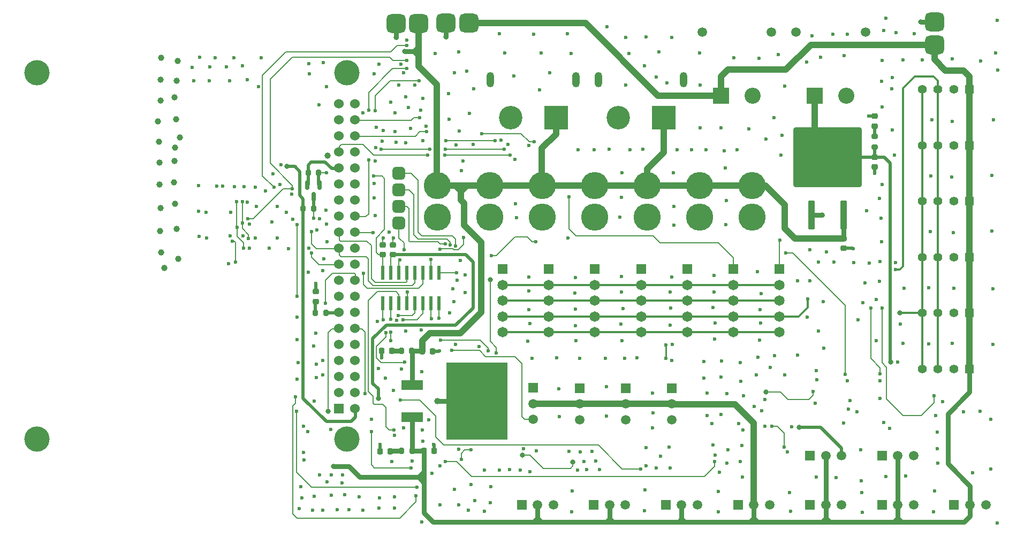
<source format=gtl>
%TF.GenerationSoftware,KiCad,Pcbnew,7.0.7*%
%TF.CreationDate,2023-11-07T21:18:23-05:00*%
%TF.ProjectId,mainControllerGRR,6d61696e-436f-46e7-9472-6f6c6c657247,rev?*%
%TF.SameCoordinates,Original*%
%TF.FileFunction,Copper,L1,Top*%
%TF.FilePolarity,Positive*%
%FSLAX46Y46*%
G04 Gerber Fmt 4.6, Leading zero omitted, Abs format (unit mm)*
G04 Created by KiCad (PCBNEW 7.0.7) date 2023-11-07 21:18:23*
%MOMM*%
%LPD*%
G01*
G04 APERTURE LIST*
G04 Aperture macros list*
%AMRoundRect*
0 Rectangle with rounded corners*
0 $1 Rounding radius*
0 $2 $3 $4 $5 $6 $7 $8 $9 X,Y pos of 4 corners*
0 Add a 4 corners polygon primitive as box body*
4,1,4,$2,$3,$4,$5,$6,$7,$8,$9,$2,$3,0*
0 Add four circle primitives for the rounded corners*
1,1,$1+$1,$2,$3*
1,1,$1+$1,$4,$5*
1,1,$1+$1,$6,$7*
1,1,$1+$1,$8,$9*
0 Add four rect primitives between the rounded corners*
20,1,$1+$1,$2,$3,$4,$5,0*
20,1,$1+$1,$4,$5,$6,$7,0*
20,1,$1+$1,$6,$7,$8,$9,0*
20,1,$1+$1,$8,$9,$2,$3,0*%
G04 Aperture macros list end*
%TA.AperFunction,ComponentPad*%
%ADD10R,1.508000X1.508000*%
%TD*%
%TA.AperFunction,ComponentPad*%
%ADD11C,1.508000*%
%TD*%
%TA.AperFunction,ComponentPad*%
%ADD12C,4.300000*%
%TD*%
%TA.AperFunction,SMDPad,CuDef*%
%ADD13RoundRect,0.225000X0.250000X-0.225000X0.250000X0.225000X-0.250000X0.225000X-0.250000X-0.225000X0*%
%TD*%
%TA.AperFunction,ComponentPad*%
%ADD14R,1.400000X1.400000*%
%TD*%
%TA.AperFunction,ComponentPad*%
%ADD15C,1.400000*%
%TD*%
%TA.AperFunction,SMDPad,CuDef*%
%ADD16RoundRect,0.200000X0.200000X0.275000X-0.200000X0.275000X-0.200000X-0.275000X0.200000X-0.275000X0*%
%TD*%
%TA.AperFunction,SMDPad,CuDef*%
%ADD17RoundRect,0.750000X-0.750000X0.750000X-0.750000X-0.750000X0.750000X-0.750000X0.750000X0.750000X0*%
%TD*%
%TA.AperFunction,SMDPad,CuDef*%
%ADD18RoundRect,0.225000X0.225000X0.250000X-0.225000X0.250000X-0.225000X-0.250000X0.225000X-0.250000X0*%
%TD*%
%TA.AperFunction,SMDPad,CuDef*%
%ADD19RoundRect,0.218750X-0.218750X-0.256250X0.218750X-0.256250X0.218750X0.256250X-0.218750X0.256250X0*%
%TD*%
%TA.AperFunction,ComponentPad*%
%ADD20R,3.716000X3.716000*%
%TD*%
%TA.AperFunction,ComponentPad*%
%ADD21C,3.716000*%
%TD*%
%TA.AperFunction,ComponentPad*%
%ADD22O,1.200000X2.400000*%
%TD*%
%TA.AperFunction,SMDPad,CuDef*%
%ADD23RoundRect,0.500000X-0.500000X-0.500000X0.500000X-0.500000X0.500000X0.500000X-0.500000X0.500000X0*%
%TD*%
%TA.AperFunction,SMDPad,CuDef*%
%ADD24RoundRect,0.200000X-0.200000X-0.275000X0.200000X-0.275000X0.200000X0.275000X-0.200000X0.275000X0*%
%TD*%
%TA.AperFunction,SMDPad,CuDef*%
%ADD25RoundRect,0.250000X0.300000X-2.050000X0.300000X2.050000X-0.300000X2.050000X-0.300000X-2.050000X0*%
%TD*%
%TA.AperFunction,SMDPad,CuDef*%
%ADD26RoundRect,0.250002X5.149998X-4.449998X5.149998X4.449998X-5.149998X4.449998X-5.149998X-4.449998X0*%
%TD*%
%TA.AperFunction,SMDPad,CuDef*%
%ADD27R,0.558800X2.286000*%
%TD*%
%TA.AperFunction,SMDPad,CuDef*%
%ADD28RoundRect,0.150000X-0.150000X0.587500X-0.150000X-0.587500X0.150000X-0.587500X0.150000X0.587500X0*%
%TD*%
%TA.AperFunction,ComponentPad*%
%ADD29C,2.550000*%
%TD*%
%TA.AperFunction,ComponentPad*%
%ADD30R,2.550000X2.550000*%
%TD*%
%TA.AperFunction,SMDPad,CuDef*%
%ADD31RoundRect,0.218750X-0.256250X0.218750X-0.256250X-0.218750X0.256250X-0.218750X0.256250X0.218750X0*%
%TD*%
%TA.AperFunction,ComponentPad*%
%ADD32R,1.650000X1.650000*%
%TD*%
%TA.AperFunction,ComponentPad*%
%ADD33C,1.650000*%
%TD*%
%TA.AperFunction,ComponentPad*%
%ADD34R,1.524000X1.524000*%
%TD*%
%TA.AperFunction,ComponentPad*%
%ADD35C,1.524000*%
%TD*%
%TA.AperFunction,ComponentPad*%
%ADD36C,4.000000*%
%TD*%
%TA.AperFunction,SMDPad,CuDef*%
%ADD37RoundRect,0.750000X0.750000X0.750000X-0.750000X0.750000X-0.750000X-0.750000X0.750000X-0.750000X0*%
%TD*%
%TA.AperFunction,SMDPad,CuDef*%
%ADD38RoundRect,0.200000X0.275000X-0.200000X0.275000X0.200000X-0.275000X0.200000X-0.275000X-0.200000X0*%
%TD*%
%TA.AperFunction,SMDPad,CuDef*%
%ADD39R,3.500000X1.600000*%
%TD*%
%TA.AperFunction,SMDPad,CuDef*%
%ADD40R,9.750000X12.200000*%
%TD*%
%TA.AperFunction,ViaPad*%
%ADD41C,0.800000*%
%TD*%
%TA.AperFunction,ViaPad*%
%ADD42C,0.600000*%
%TD*%
%TA.AperFunction,ViaPad*%
%ADD43C,1.000000*%
%TD*%
%TA.AperFunction,Conductor*%
%ADD44C,1.000000*%
%TD*%
%TA.AperFunction,Conductor*%
%ADD45C,0.800000*%
%TD*%
%TA.AperFunction,Conductor*%
%ADD46C,0.500000*%
%TD*%
%TA.AperFunction,Conductor*%
%ADD47C,0.200000*%
%TD*%
%TA.AperFunction,Conductor*%
%ADD48C,0.300000*%
%TD*%
%TA.AperFunction,Conductor*%
%ADD49C,0.250000*%
%TD*%
G04 APERTURE END LIST*
D10*
%TO.P,J30,1,1*%
%TO.N,GND*%
X229900000Y-118375000D03*
D11*
%TO.P,J30,2,2*%
%TO.N,+5V*%
X232400000Y-118375000D03*
%TO.P,J30,3,3*%
%TO.N,DIO2_5V*%
X234900000Y-118375000D03*
%TD*%
D12*
%TO.P,J11,1,1*%
%TO.N,+12V*%
X195850000Y-67860000D03*
%TO.P,J11,2,2*%
%TO.N,GND*%
X195850000Y-72860000D03*
%TD*%
D13*
%TO.P,C6,1*%
%TO.N,GND*%
X235185000Y-77770000D03*
%TO.P,C6,2*%
%TO.N,+12V*%
X235185000Y-76220000D03*
%TD*%
D14*
%TO.P,J23,1,1*%
%TO.N,+5V*%
X255150000Y-88010000D03*
D15*
%TO.P,J23,2,2*%
%TO.N,GND*%
X252650000Y-88010000D03*
%TO.P,J23,3,3*%
%TO.N,SCL*%
X250150000Y-88010000D03*
%TO.P,J23,4,4*%
%TO.N,SDA*%
X247650000Y-88010000D03*
%TD*%
D14*
%TO.P,J15,1,1*%
%TO.N,+5V*%
X255150000Y-96860000D03*
D15*
%TO.P,J15,2,2*%
%TO.N,GND*%
X252650000Y-96860000D03*
%TO.P,J15,3,3*%
%TO.N,SCL*%
X250150000Y-96860000D03*
%TO.P,J15,4,4*%
%TO.N,SDA*%
X247650000Y-96860000D03*
%TD*%
D16*
%TO.P,R7,1*%
%TO.N,+3V3*%
X152170000Y-65815000D03*
%TO.P,R7,2*%
%TO.N,DIO0*%
X150520000Y-65815000D03*
%TD*%
D10*
%TO.P,J28,1,1*%
%TO.N,GND*%
X252700000Y-118375000D03*
D11*
%TO.P,J28,2,2*%
%TO.N,+5V*%
X255200000Y-118375000D03*
%TO.P,J28,3,3*%
%TO.N,DIO0_5V*%
X257700000Y-118375000D03*
%TD*%
D10*
%TO.P,J34,1,1*%
%TO.N,GND*%
X184299500Y-118375000D03*
D11*
%TO.P,J34,2,2*%
%TO.N,+5V*%
X186799500Y-118375000D03*
%TO.P,J34,3,3*%
%TO.N,DIO6_5V*%
X189299500Y-118375000D03*
%TD*%
D10*
%TO.P,J40,1,1*%
%TO.N,GND*%
X200775000Y-99890000D03*
D11*
%TO.P,J40,2,2*%
%TO.N,+5V*%
X200775000Y-102390000D03*
%TO.P,J40,3,3*%
%TO.N,Net-(IC4-CH2)*%
X200775000Y-104890000D03*
%TD*%
D16*
%TO.P,R3,1*%
%TO.N,+5V*%
X166960952Y-109865000D03*
%TO.P,R3,2*%
%TO.N,Net-(D3-A)*%
X165310952Y-109865000D03*
%TD*%
D12*
%TO.P,J12,1,1*%
%TO.N,+12V*%
X187550000Y-67860000D03*
%TO.P,J12,2,2*%
%TO.N,GND*%
X187550000Y-72860000D03*
%TD*%
D17*
%TO.P,Je1,1,Pin_1*%
%TO.N,+12V*%
X168024998Y-42215000D03*
%TO.P,Je1,2,Pin_2*%
%TO.N,GND*%
X164404998Y-42215000D03*
%TD*%
D18*
%TO.P,C3,1*%
%TO.N,GND*%
X170409048Y-109845000D03*
%TO.P,C3,2*%
%TO.N,+5V*%
X168859048Y-109845000D03*
%TD*%
D19*
%TO.P,D3,1,K*%
%TO.N,GND*%
X161888452Y-109875000D03*
%TO.P,D3,2,A*%
%TO.N,Net-(D3-A)*%
X163463452Y-109875000D03*
%TD*%
D20*
%TO.P,J2,1,+*%
%TO.N,+12V*%
X189725000Y-57075000D03*
D21*
%TO.P,J2,2,-*%
%TO.N,GND*%
X182525000Y-57075000D03*
D22*
%TO.P,J2,S1*%
%TO.N,N/C*%
X192875000Y-51075000D03*
%TO.P,J2,S2*%
X179375000Y-51075000D03*
%TD*%
D12*
%TO.P,J14,1,1*%
%TO.N,+12V*%
X170950000Y-67860000D03*
%TO.P,J14,2,2*%
%TO.N,GND*%
X170950000Y-72860000D03*
%TD*%
D19*
%TO.P,D2,1,K*%
%TO.N,GND*%
X162166072Y-94015000D03*
%TO.P,D2,2,A*%
%TO.N,Net-(D2-A)*%
X163741072Y-94015000D03*
%TD*%
D12*
%TO.P,J8,1,1*%
%TO.N,+12V*%
X220750000Y-67860000D03*
%TO.P,J8,2,2*%
%TO.N,GND*%
X220750000Y-72860000D03*
%TD*%
D10*
%TO.P,J33,1,1*%
%TO.N,GND*%
X195700000Y-118375000D03*
D11*
%TO.P,J33,2,2*%
%TO.N,+5V*%
X198200000Y-118375000D03*
%TO.P,J33,3,3*%
%TO.N,DIO5_5V*%
X200700000Y-118375000D03*
%TD*%
D23*
%TO.P,J7,1,Pin_1*%
%TO.N,Net-(IC4-CH7)*%
X164875000Y-65925000D03*
%TO.P,J7,2,Pin_2*%
%TO.N,Net-(IC4-CH6)*%
X164875000Y-68545000D03*
%TO.P,J7,3,Pin_3*%
%TO.N,Net-(IC4-CH5)*%
X164875000Y-71125000D03*
%TO.P,J7,4,Pin_4*%
%TO.N,Net-(IC4-CH4)*%
X164875000Y-73745000D03*
%TD*%
D12*
%TO.P,J9,1,1*%
%TO.N,+12V*%
X212450000Y-67860000D03*
%TO.P,J9,2,2*%
%TO.N,GND*%
X212450000Y-72860000D03*
%TD*%
D16*
%TO.P,R2,1*%
%TO.N,+12V*%
X166913810Y-94015000D03*
%TO.P,R2,2*%
%TO.N,Net-(D2-A)*%
X165263810Y-94015000D03*
%TD*%
D10*
%TO.P,J36,1,1*%
%TO.N,GND*%
X241300000Y-110575000D03*
D11*
%TO.P,J36,2,2*%
%TO.N,+5V*%
X243800000Y-110575000D03*
%TO.P,J36,3,3*%
%TO.N,IMU1_5V*%
X246300000Y-110575000D03*
%TD*%
D10*
%TO.P,J32,1,1*%
%TO.N,GND*%
X207100000Y-118375000D03*
D11*
%TO.P,J32,2,2*%
%TO.N,+5V*%
X209600000Y-118375000D03*
%TO.P,J32,3,3*%
%TO.N,DIO4_5V*%
X212100000Y-118375000D03*
%TD*%
D12*
%TO.P,J10,1,1*%
%TO.N,+12V*%
X204150000Y-67860000D03*
%TO.P,J10,2,2*%
%TO.N,GND*%
X204150000Y-72860000D03*
%TD*%
D14*
%TO.P,J27,1,1*%
%TO.N,+5V*%
X255150000Y-52610000D03*
D15*
%TO.P,J27,2,2*%
%TO.N,GND*%
X252650000Y-52610000D03*
%TO.P,J27,3,3*%
%TO.N,SCL*%
X250150000Y-52610000D03*
%TO.P,J27,4,4*%
%TO.N,SDA*%
X247650000Y-52610000D03*
%TD*%
D17*
%TO.P,J6,1,Pin_1*%
%TO.N,+5V*%
X175924998Y-42115000D03*
%TO.P,J6,2,Pin_2*%
%TO.N,GND*%
X172304998Y-42115000D03*
%TD*%
D13*
%TO.P,C7,1*%
%TO.N,GND*%
X240151750Y-64860000D03*
%TO.P,C7,2*%
%TO.N,+3V3*%
X240151750Y-63310000D03*
%TD*%
D24*
%TO.P,R8,1*%
%TO.N,5V_BRAIN*%
X149730000Y-71485000D03*
%TO.P,R8,2*%
%TO.N,DIO0_5V*%
X151380000Y-71485000D03*
%TD*%
D13*
%TO.P,C8,1*%
%TO.N,+3V3*%
X162355000Y-78770000D03*
%TO.P,C8,2*%
%TO.N,GND*%
X162355000Y-77220000D03*
%TD*%
D24*
%TO.P,R1,1*%
%TO.N,Net-(D1-A)*%
X151670394Y-88025000D03*
%TO.P,R1,2*%
%TO.N,Net-(J1-GPIO27)*%
X153320394Y-88025000D03*
%TD*%
D25*
%TO.P,IC3,1,ADJ/GND*%
%TO.N,GND*%
X230135000Y-72485000D03*
D26*
%TO.P,IC3,2,OUT*%
%TO.N,+3V3*%
X232675000Y-63335000D03*
D25*
%TO.P,IC3,3,IN*%
%TO.N,+12V*%
X235215000Y-72485000D03*
%TD*%
D14*
%TO.P,J26,1,1*%
%TO.N,+5V*%
X255150000Y-61460000D03*
D15*
%TO.P,J26,2,2*%
%TO.N,GND*%
X252650000Y-61460000D03*
%TO.P,J26,3,3*%
%TO.N,SCL*%
X250150000Y-61460000D03*
%TO.P,J26,4,4*%
%TO.N,SDA*%
X247650000Y-61460000D03*
%TD*%
D27*
%TO.P,IC4,1,CH0*%
%TO.N,Net-(IC4-CH0)*%
X162345200Y-86450200D03*
%TO.P,IC4,2,CH1*%
%TO.N,Net-(IC4-CH1)*%
X163615200Y-86450200D03*
%TO.P,IC4,3,CH2*%
%TO.N,Net-(IC4-CH2)*%
X164885200Y-86450200D03*
%TO.P,IC4,4,CH3*%
%TO.N,Net-(IC4-CH3)*%
X166155200Y-86450200D03*
%TO.P,IC4,5,CH4*%
%TO.N,Net-(IC4-CH4)*%
X167425200Y-86450200D03*
%TO.P,IC4,6,CH5*%
%TO.N,Net-(IC4-CH5)*%
X168695200Y-86450200D03*
%TO.P,IC4,7,CH6*%
%TO.N,Net-(IC4-CH6)*%
X169965200Y-86450200D03*
%TO.P,IC4,8,CH7*%
%TO.N,Net-(IC4-CH7)*%
X171235200Y-86450200D03*
%TO.P,IC4,9,DGND*%
%TO.N,GND*%
X171235200Y-81624200D03*
%TO.P,IC4,10,~{CS}/SHDN*%
%TO.N,ADC*%
X169965200Y-81624200D03*
%TO.P,IC4,11,DIN*%
%TO.N,MOSI*%
X168695200Y-81624200D03*
%TO.P,IC4,12,DOUT*%
%TO.N,MISO*%
X167425200Y-81624200D03*
%TO.P,IC4,13,CLK*%
%TO.N,SCK*%
X166155200Y-81624200D03*
%TO.P,IC4,14,AGND*%
%TO.N,GND*%
X164885200Y-81624200D03*
%TO.P,IC4,15,VREF*%
%TO.N,5V_BRAIN*%
X163615200Y-81624200D03*
%TO.P,IC4,16,VDD*%
%TO.N,+3V3*%
X162345200Y-81624200D03*
%TD*%
D28*
%TO.P,Q1,1,G*%
%TO.N,+3V3*%
X152315000Y-67767500D03*
%TO.P,Q1,2,S*%
%TO.N,DIO0*%
X150415000Y-67767500D03*
%TO.P,Q1,3,D*%
%TO.N,DIO0_5V*%
X151365000Y-69642500D03*
%TD*%
D29*
%TO.P,J5,N,N*%
%TO.N,GND*%
X235675000Y-53575000D03*
D30*
%TO.P,J5,P,P*%
%TO.N,+3V3*%
X230675000Y-53575000D03*
D11*
%TO.P,J5,S1*%
%TO.N,N/C*%
X238675000Y-43575000D03*
%TO.P,J5,S2*%
X227675000Y-43575000D03*
%TD*%
D31*
%TO.P,D5,1,K*%
%TO.N,GND*%
X240131750Y-56827500D03*
%TO.P,D5,2,A*%
%TO.N,Net-(D5-A)*%
X240131750Y-58402500D03*
%TD*%
D29*
%TO.P,J4,N,N*%
%TO.N,GND*%
X220825000Y-53575000D03*
D30*
%TO.P,J4,P,P*%
%TO.N,+5V*%
X215825000Y-53575000D03*
D11*
%TO.P,J4,S1*%
%TO.N,N/C*%
X223825000Y-43575000D03*
%TO.P,J4,S2*%
X212825000Y-43575000D03*
%TD*%
D32*
%TO.P,J17,1,1*%
%TO.N,A1EStop*%
X188585000Y-81062810D03*
D33*
%TO.P,J17,2,2*%
%TO.N,RxD*%
X188585000Y-83562810D03*
%TO.P,J17,3,3*%
%TO.N,TxD*%
X188585000Y-86062810D03*
%TO.P,J17,4,4*%
%TO.N,SCL*%
X188585000Y-88562810D03*
%TO.P,J17,5,5*%
%TO.N,SDA*%
X188585000Y-91062810D03*
%TD*%
D34*
%TO.P,J1,1,3V3*%
%TO.N,unconnected-(J1-3V3-Pad1)*%
X155370000Y-103135000D03*
D35*
%TO.P,J1,2,5V*%
%TO.N,5V_BRAIN*%
X157910000Y-103135000D03*
%TO.P,J1,3,SDA/GPIO2*%
%TO.N,SDA_3.3V*%
X155370000Y-100595000D03*
%TO.P,J1,4,5V*%
%TO.N,unconnected-(J1-5V-Pad4)*%
X157910000Y-100595000D03*
%TO.P,J1,5,SCL/GPIO3*%
%TO.N,SCL_3.3V*%
X155370000Y-98055000D03*
%TO.P,J1,6,GND*%
%TO.N,GND*%
X157910000Y-98055000D03*
%TO.P,J1,7,GCLK0/GPIO4*%
%TO.N,ADC*%
X155370000Y-95515000D03*
%TO.P,J1,8,GPIO14/TXD*%
%TO.N,RxD*%
X157910000Y-95515000D03*
%TO.P,J1,9,GND*%
%TO.N,GND*%
X155370000Y-92975000D03*
%TO.P,J1,10,GPIO15/RXD*%
%TO.N,TxD*%
X157910000Y-92975000D03*
%TO.P,J1,11,GPIO17*%
%TO.N,DIO6*%
X155370000Y-90435000D03*
%TO.P,J1,12,GPIO18/PWM0*%
%TO.N,DIO5*%
X157910000Y-90435000D03*
%TO.P,J1,13,GPIO27*%
%TO.N,Net-(J1-GPIO27)*%
X155370000Y-87895000D03*
%TO.P,J1,14,GND*%
%TO.N,GND*%
X157910000Y-87895000D03*
%TO.P,J1,15,GPIO22*%
%TO.N,IMU0*%
X155370000Y-85355000D03*
%TO.P,J1,16,GPIO23*%
%TO.N,IMU2*%
X157910000Y-85355000D03*
%TO.P,J1,17,3V3*%
%TO.N,unconnected-(J1-3V3-Pad17)*%
X155370000Y-82815000D03*
%TO.P,J1,18,GPIO24*%
%TO.N,DIO4*%
X157910000Y-82815000D03*
%TO.P,J1,19,MOSI0/GPIO10*%
%TO.N,MOSI*%
X155370000Y-80275000D03*
%TO.P,J1,20,GND*%
%TO.N,GND*%
X157910000Y-80275000D03*
%TO.P,J1,21,MISO0/GPIO9*%
%TO.N,MISO*%
X155370000Y-77735000D03*
%TO.P,J1,22,GPIO25*%
%TO.N,DIO3*%
X157910000Y-77735000D03*
%TO.P,J1,23,SCLK0/GPIO11*%
%TO.N,SCK*%
X155370000Y-75195000D03*
%TO.P,J1,24,~{CE0}/GPIO8*%
%TO.N,DIO2*%
X157910000Y-75195000D03*
%TO.P,J1,25,GND*%
%TO.N,GND*%
X155370000Y-72655000D03*
%TO.P,J1,26,~{CE1}/GPIO7*%
%TO.N,DIO1*%
X157910000Y-72655000D03*
%TO.P,J1,27,ID_SD/GPIO0*%
%TO.N,unconnected-(J1-ID_SD{slash}GPIO0-Pad27)*%
X155370000Y-70115000D03*
%TO.P,J1,28,ID_SC/GPIO1*%
%TO.N,unconnected-(J1-ID_SC{slash}GPIO1-Pad28)*%
X157910000Y-70115000D03*
%TO.P,J1,29,GCLK1/GPIO5*%
%TO.N,IMU1*%
X155370000Y-67575000D03*
%TO.P,J1,30,GND*%
%TO.N,GND*%
X157910000Y-67575000D03*
%TO.P,J1,31,GCLK2/GPIO6*%
%TO.N,DIO0*%
X155370000Y-65035000D03*
%TO.P,J1,32,PWM0/GPIO12*%
%TO.N,A6EStop*%
X157910000Y-65035000D03*
%TO.P,J1,33,PWM1/GPIO13*%
%TO.N,A5EStop*%
X155370000Y-62495000D03*
%TO.P,J1,34,GND*%
%TO.N,GND*%
X157910000Y-62495000D03*
%TO.P,J1,35,GPIO19/MISO1*%
%TO.N,A3EStop*%
X155370000Y-59955000D03*
%TO.P,J1,36,GPIO16*%
%TO.N,A4EStop*%
X157910000Y-59955000D03*
%TO.P,J1,37,GPIO26*%
%TO.N,A1EStop*%
X155370000Y-57415000D03*
%TO.P,J1,38,GPIO20/MOSI1*%
%TO.N,A2EStop*%
X157910000Y-57415000D03*
%TO.P,J1,39,GND*%
%TO.N,GND*%
X155370000Y-54875000D03*
%TO.P,J1,40,GPIO21/SCLK1*%
%TO.N,A0EStop*%
X157910000Y-54875000D03*
D36*
%TO.P,J1,S1*%
%TO.N,N/C*%
X156640000Y-50005000D03*
%TO.P,J1,S2*%
X156640000Y-108005000D03*
%TO.P,J1,S3*%
X107640000Y-108005000D03*
%TO.P,J1,S4*%
X107640000Y-50005000D03*
%TD*%
D31*
%TO.P,D1,1,K*%
%TO.N,GND*%
X151695394Y-84607500D03*
%TO.P,D1,2,A*%
%TO.N,Net-(D1-A)*%
X151695394Y-86182500D03*
%TD*%
D12*
%TO.P,J13,1,1*%
%TO.N,+12V*%
X179250000Y-67860000D03*
%TO.P,J13,2,2*%
%TO.N,GND*%
X179250000Y-72860000D03*
%TD*%
D20*
%TO.P,J3,1,+*%
%TO.N,+12V*%
X206775000Y-57075000D03*
D21*
%TO.P,J3,2,-*%
%TO.N,GND*%
X199575000Y-57075000D03*
D22*
%TO.P,J3,S1*%
%TO.N,N/C*%
X209925000Y-51075000D03*
%TO.P,J3,S2*%
X196425000Y-51075000D03*
%TD*%
D37*
%TO.P,J42,1,Pin_1*%
%TO.N,+5V*%
X249575000Y-45575000D03*
%TO.P,J42,2,Pin_2*%
%TO.N,GND*%
X249575000Y-41955000D03*
%TD*%
D10*
%TO.P,J39,1,1*%
%TO.N,GND*%
X193475000Y-99890000D03*
D11*
%TO.P,J39,2,2*%
%TO.N,+5V*%
X193475000Y-102390000D03*
%TO.P,J39,3,3*%
%TO.N,Net-(IC4-CH1)*%
X193475000Y-104890000D03*
%TD*%
D14*
%TO.P,J25,1,1*%
%TO.N,+5V*%
X255150000Y-70310000D03*
D15*
%TO.P,J25,2,2*%
%TO.N,GND*%
X252650000Y-70310000D03*
%TO.P,J25,3,3*%
%TO.N,SCL*%
X250150000Y-70310000D03*
%TO.P,J25,4,4*%
%TO.N,SDA*%
X247650000Y-70310000D03*
%TD*%
D32*
%TO.P,J22,1,1*%
%TO.N,A6EStop*%
X225085000Y-81062810D03*
D33*
%TO.P,J22,2,2*%
%TO.N,RxD*%
X225085000Y-83562810D03*
%TO.P,J22,3,3*%
%TO.N,TxD*%
X225085000Y-86062810D03*
%TO.P,J22,4,4*%
%TO.N,SCL*%
X225085000Y-88562810D03*
%TO.P,J22,5,5*%
%TO.N,SDA*%
X225085000Y-91062810D03*
%TD*%
D10*
%TO.P,J29,1,1*%
%TO.N,GND*%
X241300000Y-118375000D03*
D11*
%TO.P,J29,2,2*%
%TO.N,+5V*%
X243800000Y-118375000D03*
%TO.P,J29,3,3*%
%TO.N,DIO1_5V*%
X246300000Y-118375000D03*
%TD*%
D38*
%TO.P,R5,1*%
%TO.N,+3V3*%
X240141750Y-61700000D03*
%TO.P,R5,2*%
%TO.N,Net-(D5-A)*%
X240141750Y-60050000D03*
%TD*%
D14*
%TO.P,J24,1,1*%
%TO.N,+5V*%
X255150000Y-79160000D03*
D15*
%TO.P,J24,2,2*%
%TO.N,GND*%
X252650000Y-79160000D03*
%TO.P,J24,3,3*%
%TO.N,SCL*%
X250150000Y-79160000D03*
%TO.P,J24,4,4*%
%TO.N,SDA*%
X247650000Y-79160000D03*
%TD*%
D32*
%TO.P,J20,1,1*%
%TO.N,A4EStop*%
X210485000Y-81062810D03*
D33*
%TO.P,J20,2,2*%
%TO.N,RxD*%
X210485000Y-83562810D03*
%TO.P,J20,3,3*%
%TO.N,TxD*%
X210485000Y-86062810D03*
%TO.P,J20,4,4*%
%TO.N,SCL*%
X210485000Y-88562810D03*
%TO.P,J20,5,5*%
%TO.N,SDA*%
X210485000Y-91062810D03*
%TD*%
D10*
%TO.P,J31,1,1*%
%TO.N,GND*%
X218500000Y-118375000D03*
D11*
%TO.P,J31,2,2*%
%TO.N,+5V*%
X221000000Y-118375000D03*
%TO.P,J31,3,3*%
%TO.N,DIO3_5V*%
X223500000Y-118375000D03*
%TD*%
D39*
%TO.P,IC1,1,INPUT*%
%TO.N,+12V*%
X166950000Y-99410000D03*
D40*
%TO.P,IC1,2,GND*%
%TO.N,GND*%
X177226000Y-101950000D03*
D39*
%TO.P,IC1,3,OUTPUT*%
%TO.N,+5V*%
X166950000Y-104490000D03*
%TD*%
D18*
%TO.P,C2,1*%
%TO.N,GND*%
X170173810Y-94055000D03*
%TO.P,C2,2*%
%TO.N,+12V*%
X168623810Y-94055000D03*
%TD*%
D32*
%TO.P,J19,1,1*%
%TO.N,A3EStop*%
X203185000Y-81062810D03*
D33*
%TO.P,J19,2,2*%
%TO.N,RxD*%
X203185000Y-83562810D03*
%TO.P,J19,3,3*%
%TO.N,TxD*%
X203185000Y-86062810D03*
%TO.P,J19,4,4*%
%TO.N,SCL*%
X203185000Y-88562810D03*
%TO.P,J19,5,5*%
%TO.N,SDA*%
X203185000Y-91062810D03*
%TD*%
D32*
%TO.P,J18,1,1*%
%TO.N,A2EStop*%
X195885000Y-81062810D03*
D33*
%TO.P,J18,2,2*%
%TO.N,RxD*%
X195885000Y-83562810D03*
%TO.P,J18,3,3*%
%TO.N,TxD*%
X195885000Y-86062810D03*
%TO.P,J18,4,4*%
%TO.N,SCL*%
X195885000Y-88562810D03*
%TO.P,J18,5,5*%
%TO.N,SDA*%
X195885000Y-91062810D03*
%TD*%
D32*
%TO.P,J16,1,1*%
%TO.N,A0EStop*%
X181285000Y-81062810D03*
D33*
%TO.P,J16,2,2*%
%TO.N,RxD*%
X181285000Y-83562810D03*
%TO.P,J16,3,3*%
%TO.N,TxD*%
X181285000Y-86062810D03*
%TO.P,J16,4,4*%
%TO.N,SCL*%
X181285000Y-88562810D03*
%TO.P,J16,5,5*%
%TO.N,SDA*%
X181285000Y-91062810D03*
%TD*%
D13*
%TO.P,C13,1*%
%TO.N,5V_BRAIN*%
X163965000Y-78770000D03*
%TO.P,C13,2*%
%TO.N,GND*%
X163965000Y-77220000D03*
%TD*%
D10*
%TO.P,J41,1,1*%
%TO.N,GND*%
X208075000Y-99890000D03*
D11*
%TO.P,J41,2,2*%
%TO.N,+5V*%
X208075000Y-102390000D03*
%TO.P,J41,3,3*%
%TO.N,Net-(IC4-CH3)*%
X208075000Y-104890000D03*
%TD*%
D32*
%TO.P,J21,1,1*%
%TO.N,A5EStop*%
X217785000Y-81062810D03*
D33*
%TO.P,J21,2,2*%
%TO.N,RxD*%
X217785000Y-83562810D03*
%TO.P,J21,3,3*%
%TO.N,TxD*%
X217785000Y-86062810D03*
%TO.P,J21,4,4*%
%TO.N,SCL*%
X217785000Y-88562810D03*
%TO.P,J21,5,5*%
%TO.N,SDA*%
X217785000Y-91062810D03*
%TD*%
D10*
%TO.P,J38,1,1*%
%TO.N,GND*%
X186135000Y-99850000D03*
D11*
%TO.P,J38,2,2*%
%TO.N,+5V*%
X186135000Y-102350000D03*
%TO.P,J38,3,3*%
%TO.N,Net-(IC4-CH0)*%
X186135000Y-104850000D03*
%TD*%
D10*
%TO.P,J37,1,1*%
%TO.N,GND*%
X229900000Y-110575000D03*
D11*
%TO.P,J37,2,2*%
%TO.N,+5V*%
X232400000Y-110575000D03*
%TO.P,J37,3,3*%
%TO.N,IMU2_5V*%
X234900000Y-110575000D03*
%TD*%
D41*
%TO.N,+5V*%
X154500000Y-112300000D03*
D42*
%TO.N,GND*%
X222800000Y-101700000D03*
X140100000Y-48900000D03*
D41*
X231870000Y-72480000D03*
D42*
X195800000Y-62200000D03*
X231000000Y-98600000D03*
X237500000Y-89100000D03*
X203999242Y-112177188D03*
D43*
X126900000Y-60900000D03*
D42*
X222298814Y-103484330D03*
X200600000Y-95200000D03*
X171400000Y-118400000D03*
X259611241Y-49560976D03*
X138200000Y-75800000D03*
X231215783Y-90850492D03*
X166700000Y-58800000D03*
X214600000Y-87100000D03*
X230900000Y-97100000D03*
X240939267Y-79886373D03*
X258500000Y-112700000D03*
X140900000Y-51100000D03*
X147900000Y-69200000D03*
X200300000Y-87300000D03*
X203700000Y-119300000D03*
X214700000Y-82100000D03*
X241200000Y-51300000D03*
X183200000Y-63700000D03*
X151700000Y-91200000D03*
X229500000Y-88700000D03*
X191500000Y-43800000D03*
X152300000Y-73100000D03*
X231580073Y-47495457D03*
D43*
X127100000Y-75000000D03*
D42*
X168300000Y-55900000D03*
X190300000Y-104400000D03*
X244600000Y-92800000D03*
X164300000Y-59300000D03*
X215383345Y-119447236D03*
X168400000Y-90700000D03*
X135800000Y-47600000D03*
X213600000Y-100700000D03*
X240140000Y-65880000D03*
X208300000Y-65800000D03*
X201400000Y-62200000D03*
X176000000Y-56400000D03*
X249220268Y-57380488D03*
X225900000Y-97800000D03*
X225900000Y-52100000D03*
X164300000Y-56300000D03*
X161700000Y-48600000D03*
X205613398Y-50614912D03*
X134900000Y-51200000D03*
X199800000Y-72800000D03*
X219300000Y-106500000D03*
X166100000Y-44800000D03*
X224900000Y-47100000D03*
X193508199Y-95192329D03*
X187100000Y-52700000D03*
X162123911Y-95076089D03*
X164000000Y-76100000D03*
X157000000Y-119100000D03*
X256900000Y-48100000D03*
X171300000Y-94000000D03*
D41*
X172320000Y-44300000D03*
D42*
X214900000Y-110500000D03*
X221800000Y-47700000D03*
X227000000Y-106000000D03*
X193200000Y-62200000D03*
X152940366Y-48379316D03*
X161500000Y-89300000D03*
X248900000Y-75100000D03*
D43*
X129500000Y-61800000D03*
D42*
X214700000Y-84700000D03*
X214900000Y-89600000D03*
X162744007Y-98290058D03*
X208000000Y-44400000D03*
X186600000Y-109800000D03*
X225494358Y-59860862D03*
X250097728Y-111766227D03*
X166000000Y-61100000D03*
X164200000Y-107400000D03*
X241300000Y-55400000D03*
X238594928Y-83203142D03*
X133200000Y-71900000D03*
X149800000Y-110100000D03*
X165300000Y-96900000D03*
X142200000Y-76100000D03*
X241300000Y-48000000D03*
X240900000Y-69900000D03*
X241582930Y-43299356D03*
X207800000Y-89900000D03*
X160500000Y-104800000D03*
X200200000Y-92400000D03*
X249000000Y-66300000D03*
X176300000Y-115200000D03*
X231200000Y-79900000D03*
X152868642Y-97824753D03*
X196600000Y-112800000D03*
X207800000Y-84700000D03*
X151695394Y-83324606D03*
X165000000Y-79599500D03*
X200800000Y-44400000D03*
X168634367Y-60746807D03*
X173900000Y-61400000D03*
X134400000Y-72100000D03*
X185400000Y-84500000D03*
X161600000Y-96800000D03*
X220200000Y-58900000D03*
X149860000Y-111270000D03*
X155900000Y-114900000D03*
X161200000Y-61800000D03*
X224300000Y-94800000D03*
X215825396Y-98139894D03*
X175866048Y-119267562D03*
X171400000Y-112200000D03*
X140200000Y-75800000D03*
X215596214Y-113215669D03*
X237298485Y-103613298D03*
X236700000Y-77800000D03*
X183500000Y-72900000D03*
X164400000Y-61000000D03*
X167400000Y-51900000D03*
X252300000Y-66500000D03*
X223600000Y-96600000D03*
X170400000Y-108800000D03*
X159218998Y-119204713D03*
X151200000Y-119200000D03*
X153460000Y-52180000D03*
X235805714Y-43903785D03*
X150600000Y-48500000D03*
X156300000Y-116800000D03*
X212500000Y-51900000D03*
X145600000Y-71100000D03*
X144400000Y-77700000D03*
D43*
X170990000Y-101950000D03*
D42*
X149400000Y-115500000D03*
X245000000Y-113800000D03*
X258700000Y-75000000D03*
X216600000Y-74000000D03*
X218968091Y-98818054D03*
X192133724Y-46963076D03*
X144960520Y-65983345D03*
X226300000Y-110000000D03*
X164200000Y-117100000D03*
X203500000Y-62100000D03*
X250060512Y-109496043D03*
X259500000Y-121300000D03*
X214772576Y-92112527D03*
X133300000Y-75900000D03*
X250000000Y-106900000D03*
X243400000Y-80000000D03*
X203700000Y-48900000D03*
X161890000Y-108780000D03*
X146200000Y-64500000D03*
X149500000Y-117300000D03*
X235800000Y-98700000D03*
X244800000Y-84100000D03*
X216674505Y-70181245D03*
X195446593Y-109921953D03*
X241000000Y-101500000D03*
X216800000Y-100800000D03*
X216500830Y-65070231D03*
X259500000Y-41700000D03*
X133364688Y-47486129D03*
X236200000Y-101900000D03*
X200800000Y-51900000D03*
X181000000Y-60600000D03*
X215867789Y-58686487D03*
X258800000Y-84200000D03*
X241000000Y-98700000D03*
D43*
X129400000Y-53900000D03*
D42*
X165200000Y-48600000D03*
X243300000Y-63000000D03*
X229400000Y-48300000D03*
X213100000Y-98300000D03*
X222100000Y-89600000D03*
X160998485Y-69792539D03*
X179400000Y-115500000D03*
X134500000Y-76100000D03*
X203997728Y-109281731D03*
X180800000Y-112900000D03*
X255600000Y-113300000D03*
X158600000Y-117100000D03*
X252600000Y-75300000D03*
X148100000Y-73200000D03*
X167000000Y-111400000D03*
X135000000Y-49000000D03*
X173627423Y-49981245D03*
X174600000Y-79700000D03*
X150585297Y-81561729D03*
X185400000Y-87500000D03*
X192200000Y-119500000D03*
X184059690Y-112845836D03*
D43*
X130000000Y-79400000D03*
D42*
X211200000Y-62200000D03*
X200100000Y-82200000D03*
X152800000Y-81300000D03*
X142690000Y-52160000D03*
X164000000Y-100300000D03*
X144800000Y-73600000D03*
X189800000Y-95100000D03*
X201300000Y-46900000D03*
X192900000Y-92400000D03*
X176700000Y-52500000D03*
X208400000Y-71100000D03*
X132400000Y-51200000D03*
X149800000Y-105900000D03*
X247700000Y-47900000D03*
X153384216Y-71715140D03*
X202511013Y-95084216D03*
X243500000Y-43600000D03*
X176600000Y-61300000D03*
X162400000Y-76100000D03*
X185900000Y-95200000D03*
X153000000Y-79400000D03*
X248700000Y-92900000D03*
X165600000Y-50000000D03*
X186200000Y-43900000D03*
X151800000Y-96100000D03*
X154207228Y-116822881D03*
X151400000Y-93200000D03*
X207300000Y-51600000D03*
X174099886Y-82782930D03*
X234000000Y-114100000D03*
X148900000Y-95900000D03*
X168700000Y-54000000D03*
X137000000Y-67900000D03*
X159200000Y-56300000D03*
D43*
X127800000Y-80900000D03*
D42*
X217856434Y-47597728D03*
D43*
X130200000Y-60200000D03*
D42*
X169200000Y-58400000D03*
X180800000Y-43800000D03*
X218900000Y-111500000D03*
X240400000Y-85900000D03*
D41*
X164404998Y-44400000D03*
D42*
X154200000Y-113600000D03*
X147400000Y-77800000D03*
X183100000Y-50500000D03*
X185400000Y-82300000D03*
X241900000Y-41300000D03*
D43*
X127000000Y-67700000D03*
D42*
X183300000Y-70700000D03*
X166000000Y-53800000D03*
X221100000Y-102800000D03*
X188700000Y-50000000D03*
X149100000Y-119000000D03*
X200000000Y-89800000D03*
X174800000Y-65500000D03*
X214600000Y-108900000D03*
X165600000Y-106200000D03*
X192694358Y-84820439D03*
X132200000Y-49100000D03*
X238300000Y-86400000D03*
X238000000Y-114600000D03*
X208000000Y-82300000D03*
X182400000Y-112800000D03*
X196000000Y-111400000D03*
X250900000Y-102000000D03*
X239160000Y-56830000D03*
X218400000Y-62200000D03*
X152300000Y-113600000D03*
X213645849Y-104210598D03*
X185400000Y-61500000D03*
X168500000Y-121100000D03*
X221900000Y-92300000D03*
D43*
X129700000Y-74700000D03*
D42*
X150500000Y-106740000D03*
D43*
X127200000Y-51100000D03*
D42*
X174300000Y-109600000D03*
X151510000Y-101960000D03*
X170600000Y-46900000D03*
X151500000Y-117000000D03*
X184600000Y-109500000D03*
X161000000Y-67500000D03*
X185600000Y-113100000D03*
X221400000Y-97800000D03*
X175400000Y-82000000D03*
X142300000Y-71100000D03*
X242800000Y-52500000D03*
X238900000Y-71800000D03*
X197700000Y-104300000D03*
X252400000Y-92800000D03*
D43*
X153600000Y-63100000D03*
D42*
X222900000Y-60500000D03*
X161100000Y-72600000D03*
X177600000Y-93300000D03*
X142200000Y-68100000D03*
X175000000Y-63900000D03*
X174023911Y-81623911D03*
X193100000Y-112900000D03*
X182100000Y-61300000D03*
X206000000Y-46700000D03*
X208100000Y-93000000D03*
X153400000Y-73900000D03*
X181638778Y-46863833D03*
X169600000Y-104900000D03*
X204000000Y-44300000D03*
X152270000Y-55090000D03*
X249800000Y-104200000D03*
X235200000Y-105400000D03*
X141200000Y-77700000D03*
X207800000Y-112500000D03*
X213500000Y-62200000D03*
X173600000Y-86200000D03*
X243800000Y-95800000D03*
X256800000Y-103600000D03*
X175400000Y-84800000D03*
X151800000Y-98200000D03*
X152809832Y-95501732D03*
X187400000Y-46800000D03*
X233539666Y-43887244D03*
X242900000Y-59000000D03*
D43*
X127300000Y-47600000D03*
D42*
X229900000Y-82900000D03*
X246400000Y-43800000D03*
X229900000Y-78000000D03*
X212400000Y-46800000D03*
X140900000Y-70500000D03*
X237900000Y-109700000D03*
X241236996Y-76760219D03*
X173400000Y-84200000D03*
X145600000Y-76100000D03*
X222800000Y-105900000D03*
D43*
X129276703Y-67299413D03*
D42*
X227900000Y-82900000D03*
X163800000Y-111500000D03*
D43*
X127200000Y-54400000D03*
D42*
X242533724Y-106242051D03*
D43*
X129700000Y-51200000D03*
D42*
X205000000Y-100700000D03*
X239300000Y-80100000D03*
X166000000Y-90900000D03*
X173700000Y-115900000D03*
D43*
X129900000Y-48100000D03*
D42*
X137900000Y-80200000D03*
X252648107Y-84067619D03*
X192800000Y-90000000D03*
X138800000Y-47600000D03*
X133200000Y-67800000D03*
X222000000Y-87500000D03*
X150700000Y-50100000D03*
D43*
X127000000Y-64200000D03*
D42*
X192800000Y-87400000D03*
X163300000Y-75200000D03*
X219200000Y-114000000D03*
X205100000Y-103800000D03*
X200150549Y-65789743D03*
X258500000Y-104800000D03*
X154100000Y-106400000D03*
X185600000Y-89700000D03*
X238157305Y-119533938D03*
X161700000Y-118900000D03*
X216963562Y-109687030D03*
X230900000Y-114000000D03*
X241112942Y-72988986D03*
X191800000Y-109900000D03*
X222200000Y-84900000D03*
X191600000Y-76100000D03*
X138078730Y-51257362D03*
D43*
X129400000Y-63900000D03*
D42*
X258800000Y-93000000D03*
X212500000Y-58700000D03*
X200100000Y-69700000D03*
X221595531Y-81443907D03*
X226700000Y-116400000D03*
X208900000Y-62200000D03*
X203800000Y-116000000D03*
X172800000Y-57300000D03*
X164900000Y-51900000D03*
X241600000Y-105300000D03*
X162400000Y-59100000D03*
X168700000Y-108300000D03*
D43*
X129500000Y-70700000D03*
D42*
X214400000Y-105500000D03*
X156000000Y-113600000D03*
X146089730Y-67704432D03*
X249400000Y-119500000D03*
X249591786Y-116182702D03*
X224200000Y-57100000D03*
X163573846Y-54656605D03*
X207900000Y-87200000D03*
X197500000Y-95200000D03*
X152800000Y-119200000D03*
X150600000Y-77700000D03*
X140400000Y-68000000D03*
X233700000Y-79900000D03*
X193600000Y-110000000D03*
X185300000Y-92500000D03*
X205000000Y-106200000D03*
D41*
X247410000Y-41960000D03*
D42*
X235300000Y-47300000D03*
D43*
X127300000Y-78400000D03*
D42*
X227900000Y-94700000D03*
X230700000Y-102300000D03*
X205600000Y-112500000D03*
X198100000Y-62100000D03*
X240900000Y-83000000D03*
X174400000Y-59200000D03*
X148800000Y-88700000D03*
X215400000Y-116300000D03*
X148800000Y-92200000D03*
X236800000Y-80000000D03*
X215900000Y-95600000D03*
X232000000Y-86200000D03*
X179300000Y-118000000D03*
X164198371Y-118904428D03*
X143800000Y-68700000D03*
X221700000Y-95000000D03*
X164500000Y-89200000D03*
X170109841Y-113407456D03*
X153500000Y-114700000D03*
X240400000Y-92400000D03*
X161300000Y-58600000D03*
X174300000Y-118400000D03*
X141200000Y-73900000D03*
X190200000Y-100000000D03*
X215800000Y-104100000D03*
X208400000Y-74100000D03*
X244600000Y-47900000D03*
X258700000Y-66200000D03*
X162200000Y-60800000D03*
X174300000Y-46700000D03*
X244200000Y-89800000D03*
X219100000Y-109000000D03*
X143100000Y-47600000D03*
X138900000Y-68000000D03*
X194156434Y-111509841D03*
X241300000Y-67700000D03*
X259300000Y-46800000D03*
X155100000Y-119100000D03*
X254148571Y-103623809D03*
X207600000Y-109200000D03*
D43*
X126800000Y-57700000D03*
D42*
X197800000Y-42700000D03*
X161800000Y-117300000D03*
X216776103Y-111738051D03*
X208000000Y-95500000D03*
X230200000Y-44100000D03*
X242950036Y-50736923D03*
X216300000Y-62300000D03*
X176900000Y-117700000D03*
X218600000Y-105500000D03*
X168488973Y-97269947D03*
X192800000Y-82400000D03*
X225328954Y-63020097D03*
X206300000Y-110700000D03*
X200100000Y-84700000D03*
X197700000Y-99700000D03*
X161000000Y-50100000D03*
X172700000Y-53300000D03*
X232100000Y-93600000D03*
X161100000Y-63900000D03*
X232500000Y-78300000D03*
X213100000Y-95700000D03*
X173800000Y-93000000D03*
X192300000Y-116200000D03*
X194600000Y-112800000D03*
X166400000Y-55500000D03*
X218900000Y-95900000D03*
X236000000Y-103200000D03*
X178400000Y-119400000D03*
X252400000Y-47800000D03*
X241900000Y-113900000D03*
X148800000Y-98500000D03*
X153500000Y-76700000D03*
X178400000Y-112900000D03*
X219400000Y-101100000D03*
X168550150Y-106490272D03*
X172900000Y-88000000D03*
X252400000Y-57700000D03*
X136114500Y-67900000D03*
D43*
X127200000Y-71400000D03*
D42*
X147100000Y-72100000D03*
X238100000Y-116400000D03*
X137600000Y-49000000D03*
X138300000Y-72100000D03*
X258900000Y-57400000D03*
X175600000Y-49700000D03*
D43*
X129646593Y-57330109D03*
D42*
X248700000Y-84000000D03*
X226802271Y-119402371D03*
X151895457Y-74886811D03*
D41*
%TO.N,+12V*%
X165800000Y-46600000D03*
D42*
%TO.N,+3V3*%
X153400000Y-65800000D03*
X160900000Y-66300000D03*
D41*
X242700000Y-95800000D03*
%TO.N,SDA*%
X244100000Y-88000000D03*
D42*
%TO.N,SCL*%
X243420000Y-81150000D03*
X229540000Y-85760000D03*
D41*
%TO.N,DIO6*%
X192400000Y-111600000D03*
X153649500Y-103600000D03*
D42*
X160500000Y-106800000D03*
X166800000Y-112500000D03*
D41*
X184400000Y-110499500D03*
D42*
%TO.N,DIO5*%
X165100000Y-101800000D03*
X159500000Y-100800000D03*
X203100000Y-112700000D03*
%TO.N,IMU0*%
X148800000Y-85400000D03*
X148800000Y-74000000D03*
%TO.N,MOSI*%
X159300000Y-81700000D03*
X140300000Y-77700000D03*
X151100000Y-78500000D03*
X139300000Y-74400000D03*
X139200000Y-70400000D03*
%TO.N,MISO*%
X151100000Y-75100000D03*
%TO.N,SCK*%
X140099503Y-70400000D03*
X141100000Y-76200000D03*
X140100000Y-73800000D03*
%TO.N,IMU2*%
X230400000Y-100400000D03*
X174787832Y-111198589D03*
X167600000Y-116900000D03*
X138500000Y-76600000D03*
X139000000Y-79900000D03*
X148500000Y-101300000D03*
X176300000Y-109700000D03*
D41*
X222900000Y-100500000D03*
D42*
%TO.N,DIO4*%
X172200000Y-111523911D03*
X153300000Y-86500000D03*
X148700000Y-103600000D03*
X167700000Y-115600000D03*
X214800000Y-111500000D03*
%TO.N,DIO3*%
X225800000Y-109200000D03*
D41*
X179300000Y-82700000D03*
D42*
X180300000Y-94300000D03*
X223900000Y-105900000D03*
%TO.N,DIO2*%
X178000000Y-59600000D03*
X226100000Y-78500000D03*
X160800000Y-75295000D03*
X235500000Y-97700000D03*
X168100000Y-51200000D03*
X161100000Y-56000000D03*
X186300000Y-60900000D03*
%TO.N,DIO1*%
X160100000Y-55900000D03*
X160100000Y-63800000D03*
X166100000Y-49300000D03*
X241000000Y-97600000D03*
X239500000Y-87200000D03*
%TO.N,IMU1*%
X249500000Y-101100000D03*
X166100000Y-48000000D03*
X241300000Y-87200000D03*
X140955378Y-73044622D03*
X148000000Y-68300000D03*
%TO.N,A5EStop*%
X182500000Y-63000000D03*
X191800000Y-69600000D03*
X169400000Y-63000000D03*
X172100000Y-63000000D03*
%TO.N,A6EStop*%
X172200000Y-62099500D03*
X162100000Y-62100000D03*
X169750000Y-62050000D03*
X181500000Y-62100000D03*
X225100000Y-76500000D03*
%TO.N,A4EStop*%
X169300000Y-59300000D03*
X180100000Y-60700000D03*
X172300000Y-60700000D03*
%TO.N,A2EStop*%
X168200000Y-57100000D03*
%TO.N,DIO0_5V*%
X145100000Y-68100000D03*
X166100000Y-45650000D03*
X151400000Y-73000000D03*
D41*
%TO.N,IMU2_5V*%
X228200000Y-106100000D03*
%TO.N,5V_BRAIN*%
X161600000Y-101500000D03*
X147200000Y-64800000D03*
D42*
%TO.N,Net-(IC4-CH0)*%
X162800000Y-91100000D03*
X173250000Y-93950000D03*
X165800000Y-95800000D03*
X162400000Y-89100000D03*
%TO.N,Net-(IC4-CH1)*%
X163600000Y-89000000D03*
X171500000Y-92300000D03*
X179000000Y-94000000D03*
X163600000Y-91000000D03*
X163600000Y-92400000D03*
%TO.N,Net-(IC4-CH2)*%
X164100000Y-106500000D03*
%TO.N,Net-(IC4-CH3)*%
X166200000Y-84699500D03*
X207100000Y-93100000D03*
X207100000Y-95200000D03*
X186500000Y-76700500D03*
X171400000Y-77900000D03*
X179500000Y-78900000D03*
X175073911Y-76026089D03*
%TO.N,Net-(IC4-CH4)*%
X164800000Y-88400000D03*
X165700000Y-78000000D03*
%TO.N,Net-(IC4-CH5)*%
X172208533Y-77086933D03*
X165500000Y-89100000D03*
%TO.N,Net-(IC4-CH6)*%
X173000000Y-77200000D03*
X170000000Y-88900000D03*
%TO.N,Net-(IC4-CH7)*%
X171200000Y-88800000D03*
X173814133Y-77361956D03*
%TO.N,ADC*%
X169954177Y-79541868D03*
%TD*%
D44*
%TO.N,+5V*%
X205875000Y-53575000D02*
X194400000Y-42100000D01*
D45*
X232400000Y-118375000D02*
X232400000Y-110575000D01*
X209100000Y-121100000D02*
X209600000Y-121100000D01*
X209600000Y-120600000D02*
X209100000Y-121100000D01*
X198200000Y-118375000D02*
X198200000Y-120600000D01*
X210100000Y-121100000D02*
X220400000Y-121100000D01*
D44*
X186175000Y-102390000D02*
X207875000Y-102390000D01*
D45*
X168859048Y-114900000D02*
X168859048Y-119659048D01*
D44*
X249575000Y-45575000D02*
X230025000Y-45575000D01*
D45*
X186200000Y-121100000D02*
X186800000Y-121100000D01*
X167800000Y-114000000D02*
X158700000Y-114000000D01*
X232400000Y-121100000D02*
X233000000Y-121100000D01*
D44*
X218050000Y-102450000D02*
X221000000Y-105400000D01*
D45*
X186800000Y-121100000D02*
X187400000Y-121100000D01*
D44*
X215825000Y-53575000D02*
X205875000Y-53575000D01*
D45*
X232400000Y-120500000D02*
X231800000Y-121100000D01*
X255200000Y-118375000D02*
X255200000Y-115400000D01*
X186800000Y-120500000D02*
X187400000Y-121100000D01*
D44*
X216900000Y-49500000D02*
X215825000Y-50575000D01*
X254200000Y-49600000D02*
X251300000Y-49600000D01*
X230025000Y-45575000D02*
X226100000Y-49500000D01*
D45*
X168859048Y-113100000D02*
X168859048Y-114000000D01*
X168859048Y-114000000D02*
X168859048Y-114900000D01*
X176000000Y-121100000D02*
X186200000Y-121100000D01*
X187400000Y-121100000D02*
X197700000Y-121100000D01*
X157000000Y-112300000D02*
X154500000Y-112300000D01*
X167959048Y-114000000D02*
X168859048Y-114900000D01*
X243800000Y-120500000D02*
X243200000Y-121100000D01*
X209600000Y-118375000D02*
X209600000Y-120600000D01*
D44*
X251300000Y-49600000D02*
X249575000Y-47875000D01*
D45*
X167959048Y-114000000D02*
X168859048Y-113100000D01*
X168839048Y-109865000D02*
X168859048Y-109845000D01*
X221000000Y-121100000D02*
X221600000Y-121100000D01*
D44*
X215825000Y-50575000D02*
X215825000Y-53575000D01*
X207935000Y-102450000D02*
X218050000Y-102450000D01*
D45*
X168859048Y-114000000D02*
X167800000Y-114000000D01*
X243800000Y-120500000D02*
X243800000Y-121100000D01*
X232400000Y-118375000D02*
X232400000Y-120500000D01*
X186799500Y-120500000D02*
X186799500Y-120500500D01*
X220400000Y-121100000D02*
X221000000Y-121100000D01*
X255200000Y-120200000D02*
X255200000Y-118375000D01*
X221600000Y-121100000D02*
X231800000Y-121100000D01*
D44*
X226100000Y-49500000D02*
X216900000Y-49500000D01*
D45*
X209600000Y-120600000D02*
X209600000Y-121100000D01*
X251700000Y-104000000D02*
X255150000Y-100550000D01*
X255200000Y-115400000D02*
X251700000Y-111900000D01*
D44*
X255150000Y-52610000D02*
X255150000Y-96860000D01*
D45*
X186799500Y-121099500D02*
X186800000Y-121100000D01*
D44*
X249575000Y-47875000D02*
X249575000Y-45575000D01*
D45*
X251700000Y-111900000D02*
X251700000Y-104000000D01*
X198200000Y-120600000D02*
X198200000Y-121100000D01*
X243800000Y-120500000D02*
X244400000Y-121100000D01*
X198700000Y-121100000D02*
X209100000Y-121100000D01*
X243200000Y-121100000D02*
X243800000Y-121100000D01*
X221000000Y-118375000D02*
X221000000Y-120500000D01*
X175400000Y-121100000D02*
X176000000Y-121100000D01*
X198200000Y-120600000D02*
X197700000Y-121100000D01*
X197700000Y-121100000D02*
X198200000Y-121100000D01*
X186799500Y-118375000D02*
X186799500Y-120500000D01*
X166950000Y-109854048D02*
X166960952Y-109865000D01*
X232400000Y-120500000D02*
X232400000Y-121100000D01*
X243800000Y-121100000D02*
X244400000Y-121100000D01*
X158700000Y-114000000D02*
X157000000Y-112300000D01*
D44*
X207875000Y-102390000D02*
X207935000Y-102450000D01*
D45*
X170300000Y-121100000D02*
X174800000Y-121100000D01*
X167800000Y-114000000D02*
X167959048Y-114000000D01*
X233000000Y-121100000D02*
X243200000Y-121100000D01*
X221000000Y-120500000D02*
X221000000Y-121100000D01*
D44*
X194400000Y-42100000D02*
X175939998Y-42100000D01*
D45*
X166960952Y-109865000D02*
X168839048Y-109865000D01*
X186799500Y-120500000D02*
X186799500Y-121099500D01*
X221000000Y-120500000D02*
X220400000Y-121100000D01*
X209600000Y-120600000D02*
X210100000Y-121100000D01*
D46*
X186800000Y-118374500D02*
X186799500Y-118375000D01*
D45*
X166950000Y-104490000D02*
X166950000Y-109854048D01*
X221000000Y-120500000D02*
X221600000Y-121100000D01*
X243800000Y-118375000D02*
X243800000Y-110575000D01*
X244400000Y-121100000D02*
X254300000Y-121100000D01*
X174800000Y-121100000D02*
X175400000Y-121100000D01*
X255150000Y-100550000D02*
X255150000Y-96860000D01*
D44*
X255150000Y-50550000D02*
X254200000Y-49600000D01*
D45*
X254300000Y-121100000D02*
X255200000Y-120200000D01*
X198200000Y-121100000D02*
X198700000Y-121100000D01*
X186799500Y-120500500D02*
X186200000Y-121100000D01*
X243800000Y-118375000D02*
X243800000Y-120500000D01*
X168859048Y-109845000D02*
X168859048Y-113100000D01*
X209600000Y-121100000D02*
X210100000Y-121100000D01*
X231800000Y-121100000D02*
X232400000Y-121100000D01*
X168859048Y-119659048D02*
X170300000Y-121100000D01*
D44*
X175939998Y-42100000D02*
X175924998Y-42115000D01*
X221000000Y-105400000D02*
X221000000Y-118375000D01*
D45*
X186799500Y-120500000D02*
X186800000Y-120500000D01*
X232400000Y-120500000D02*
X233000000Y-121100000D01*
D44*
X255150000Y-52610000D02*
X255150000Y-50550000D01*
D45*
X198200000Y-120600000D02*
X198700000Y-121100000D01*
%TO.N,GND*%
X249575000Y-41955000D02*
X247415000Y-41955000D01*
D47*
X162355000Y-77220000D02*
X162355000Y-76145000D01*
D46*
X161888452Y-109875000D02*
X161888452Y-108781548D01*
D45*
X247415000Y-41955000D02*
X247410000Y-41960000D01*
D46*
X239162500Y-56827500D02*
X239160000Y-56830000D01*
X170409048Y-108809048D02*
X170400000Y-108800000D01*
D45*
X231865000Y-72485000D02*
X231870000Y-72480000D01*
D47*
X164885200Y-79714300D02*
X165000000Y-79599500D01*
D46*
X171245000Y-94055000D02*
X171300000Y-94000000D01*
D45*
X177226000Y-101950000D02*
X170990000Y-101950000D01*
D46*
X240151750Y-64860000D02*
X240151750Y-65868250D01*
D47*
X163965000Y-77220000D02*
X163965000Y-76135000D01*
D45*
X164404998Y-44400000D02*
X164404998Y-42215000D01*
D47*
X162355000Y-76145000D02*
X162400000Y-76100000D01*
X164885200Y-81624200D02*
X164885200Y-79714300D01*
D45*
X172304998Y-42115000D02*
X172304998Y-44284998D01*
D47*
X163965000Y-76135000D02*
X164000000Y-76100000D01*
D46*
X236670000Y-77770000D02*
X236700000Y-77800000D01*
X162166072Y-95033928D02*
X162166072Y-94015000D01*
X170409048Y-109845000D02*
X170409048Y-108809048D01*
D47*
X174023622Y-81624200D02*
X171235200Y-81624200D01*
D46*
X170173810Y-94055000D02*
X171245000Y-94055000D01*
X240151750Y-65868250D02*
X240140000Y-65880000D01*
D47*
X174023911Y-81623911D02*
X174023622Y-81624200D01*
D46*
X240131750Y-56827500D02*
X239162500Y-56827500D01*
X235185000Y-77770000D02*
X236670000Y-77770000D01*
X161888452Y-108781548D02*
X161890000Y-108780000D01*
X162123911Y-95076089D02*
X162166072Y-95033928D01*
X151695394Y-83324606D02*
X151695394Y-84607500D01*
D45*
X172304998Y-44284998D02*
X172320000Y-44300000D01*
X230135000Y-72485000D02*
X231865000Y-72485000D01*
D44*
%TO.N,+12V*%
X174600000Y-91200000D02*
X169800000Y-91200000D01*
X222860000Y-67860000D02*
X225900000Y-70900000D01*
X225900000Y-74600000D02*
X227500000Y-76200000D01*
X206775000Y-62625000D02*
X204150000Y-65250000D01*
D45*
X235215000Y-76190000D02*
X235185000Y-76220000D01*
D44*
X187500000Y-61900000D02*
X187500000Y-67810000D01*
D45*
X168583810Y-94015000D02*
X168623810Y-94055000D01*
D44*
X168024998Y-46600000D02*
X168024998Y-45800000D01*
D45*
X166913810Y-94015000D02*
X168583810Y-94015000D01*
D44*
X174760000Y-68700000D02*
X174640000Y-68700000D01*
X206775000Y-57075000D02*
X206775000Y-62625000D01*
D45*
X167224998Y-46600000D02*
X168024998Y-45800000D01*
D44*
X225900000Y-70900000D02*
X225900000Y-74600000D01*
X170950000Y-67860000D02*
X173800000Y-67860000D01*
X189725000Y-59675000D02*
X187500000Y-61900000D01*
X195850000Y-67860000D02*
X220750000Y-67860000D01*
D45*
X165800000Y-46600000D02*
X167200000Y-46600000D01*
D44*
X174640000Y-68700000D02*
X173800000Y-67860000D01*
X175600000Y-67860000D02*
X179250000Y-67860000D01*
X174700000Y-67860000D02*
X175600000Y-67860000D01*
X187500000Y-67810000D02*
X187550000Y-67860000D01*
X177900000Y-87900000D02*
X174600000Y-91200000D01*
D45*
X235215000Y-72485000D02*
X235215000Y-76190000D01*
D44*
X168024998Y-45800000D02*
X168024998Y-42215000D01*
X175200000Y-70590000D02*
X175200000Y-74100000D01*
X220750000Y-67860000D02*
X222860000Y-67860000D01*
X179250000Y-67860000D02*
X187550000Y-67860000D01*
X170900000Y-51800000D02*
X168024998Y-48924998D01*
X170950000Y-67860000D02*
X170900000Y-67810000D01*
X168024998Y-48924998D02*
X168024998Y-47400000D01*
X174700000Y-70090000D02*
X175200000Y-70590000D01*
X204150000Y-65250000D02*
X204150000Y-67860000D01*
X175200000Y-74100000D02*
X177900000Y-76800000D01*
X168024998Y-47400000D02*
X168024998Y-46600000D01*
D45*
X166950000Y-94051190D02*
X166913810Y-94015000D01*
D44*
X177900000Y-76800000D02*
X177900000Y-87900000D01*
X174700000Y-67860000D02*
X174700000Y-68700000D01*
X173800000Y-67860000D02*
X174700000Y-67860000D01*
X170900000Y-67810000D02*
X170900000Y-51800000D01*
D45*
X167200000Y-46600000D02*
X167224998Y-46600000D01*
X166950000Y-99410000D02*
X166950000Y-94051190D01*
D44*
X235165000Y-76200000D02*
X235185000Y-76220000D01*
X174700000Y-68700000D02*
X174700000Y-70090000D01*
X174700000Y-68700000D02*
X174760000Y-68700000D01*
X174760000Y-68700000D02*
X175600000Y-67860000D01*
X227500000Y-76200000D02*
X235165000Y-76200000D01*
X187550000Y-67860000D02*
X195850000Y-67860000D01*
X168623810Y-92376190D02*
X168623810Y-94055000D01*
X189725000Y-57075000D02*
X189725000Y-59675000D01*
D45*
X167224998Y-46600000D02*
X168024998Y-47400000D01*
X167200000Y-46600000D02*
X168024998Y-46600000D01*
D44*
X169800000Y-91200000D02*
X168623810Y-92376190D01*
D47*
%TO.N,+3V3*%
X162355000Y-78770000D02*
X162345200Y-78779800D01*
D46*
X240151750Y-63310000D02*
X241610000Y-63310000D01*
X152170000Y-65615000D02*
X152170000Y-67622500D01*
D47*
X161300000Y-76100000D02*
X162600000Y-74800000D01*
D45*
X240141750Y-63300000D02*
X240151750Y-63310000D01*
X240243476Y-63310000D02*
X240253476Y-63300000D01*
D44*
X232675000Y-63335000D02*
X230675000Y-61335000D01*
D46*
X242600000Y-95700000D02*
X242700000Y-95800000D01*
D47*
X162600000Y-66700000D02*
X162200000Y-66300000D01*
D46*
X152170000Y-67622500D02*
X152315000Y-67767500D01*
D47*
X161300000Y-78400000D02*
X161300000Y-76100000D01*
X162600000Y-74800000D02*
X162600000Y-66700000D01*
X161670000Y-78770000D02*
X161300000Y-78400000D01*
D46*
X241610000Y-63310000D02*
X242600000Y-64300000D01*
D45*
X240151750Y-63310000D02*
X240243476Y-63310000D01*
D47*
X162355000Y-78770000D02*
X161670000Y-78770000D01*
D46*
X240141750Y-61700000D02*
X240141750Y-63300000D01*
D47*
X153400000Y-65800000D02*
X152355000Y-65800000D01*
X162345200Y-78779800D02*
X162345200Y-81624200D01*
X162200000Y-66300000D02*
X160900000Y-66300000D01*
D45*
X232700000Y-63310000D02*
X232675000Y-63335000D01*
D47*
X152355000Y-65800000D02*
X152170000Y-65615000D01*
D46*
X240151750Y-63310000D02*
X232700000Y-63310000D01*
X242600000Y-64300000D02*
X242600000Y-95700000D01*
D44*
X230675000Y-61335000D02*
X230675000Y-53575000D01*
D46*
%TO.N,Net-(D1-A)*%
X151670394Y-86207500D02*
X151695394Y-86182500D01*
X151670394Y-88025000D02*
X151670394Y-86207500D01*
D45*
%TO.N,Net-(D2-A)*%
X165248810Y-94000000D02*
X165263810Y-94015000D01*
X163700000Y-94000000D02*
X165248810Y-94000000D01*
%TO.N,Net-(D3-A)*%
X165310952Y-109865000D02*
X163473452Y-109865000D01*
X163473452Y-109865000D02*
X163463452Y-109875000D01*
D46*
%TO.N,Net-(D5-A)*%
X240131750Y-58402500D02*
X240131750Y-60040000D01*
D45*
X240131750Y-60040000D02*
X240141750Y-60050000D01*
D48*
%TO.N,SDA*%
X247650000Y-52610000D02*
X247650000Y-96860000D01*
X244110000Y-88010000D02*
X244100000Y-88000000D01*
X181285000Y-91062810D02*
X225085000Y-91062810D01*
X247650000Y-88010000D02*
X244110000Y-88010000D01*
%TO.N,SCL*%
X229540000Y-87140000D02*
X228117190Y-88562810D01*
X225085000Y-88562810D02*
X181285000Y-88562810D01*
X228117190Y-88562810D02*
X225085000Y-88562810D01*
X246460000Y-50600000D02*
X244630000Y-52430000D01*
X250150000Y-96860000D02*
X250150000Y-52610000D01*
X250150000Y-51280000D02*
X249470000Y-50600000D01*
X244630000Y-52430000D02*
X244630000Y-80590000D01*
X249470000Y-50600000D02*
X246460000Y-50600000D01*
X244630000Y-80590000D02*
X244070000Y-81150000D01*
X244070000Y-81150000D02*
X243420000Y-81150000D01*
X229540000Y-85760000D02*
X229540000Y-87140000D01*
X250150000Y-52610000D02*
X250150000Y-51280000D01*
D47*
%TO.N,DIO6*%
X155470000Y-90535000D02*
X154265000Y-90535000D01*
X185599500Y-110499500D02*
X187700000Y-112600000D01*
X153649500Y-91150500D02*
X153649500Y-103600000D01*
X192400000Y-112200000D02*
X192400000Y-111600000D01*
X160500000Y-112000000D02*
X160700000Y-112200000D01*
X160700000Y-112200000D02*
X161000000Y-112500000D01*
X160500000Y-106800000D02*
X160500000Y-112000000D01*
X154265000Y-90535000D02*
X153649500Y-91150500D01*
X161000000Y-112500000D02*
X166800000Y-112500000D01*
X187700000Y-112600000D02*
X192000000Y-112600000D01*
X192000000Y-112600000D02*
X192400000Y-112200000D01*
X184400000Y-110499500D02*
X185599500Y-110499500D01*
D48*
%TO.N,TxD*%
X181285000Y-86062810D02*
X225085000Y-86062810D01*
%TO.N,RxD*%
X225085000Y-83562810D02*
X181285000Y-83562810D01*
D47*
%TO.N,DIO5*%
X200200000Y-112700000D02*
X196400000Y-108900000D01*
X159035000Y-90535000D02*
X158010000Y-90535000D01*
X159500000Y-91000000D02*
X159035000Y-90535000D01*
X170700000Y-104300000D02*
X168200000Y-101800000D01*
X203100000Y-112700000D02*
X200200000Y-112700000D01*
X168200000Y-101800000D02*
X165100000Y-101800000D01*
X159500000Y-100800000D02*
X159500000Y-91000000D01*
X170700000Y-107600000D02*
X170700000Y-104300000D01*
X172000000Y-108900000D02*
X170700000Y-107600000D01*
X196400000Y-108900000D02*
X172000000Y-108900000D01*
D46*
%TO.N,Net-(J1-GPIO27)*%
X153320394Y-88025000D02*
X155440000Y-88025000D01*
X155440000Y-88025000D02*
X155470000Y-87995000D01*
D47*
%TO.N,IMU0*%
X148800000Y-74000000D02*
X148800000Y-85400000D01*
%TO.N,MOSI*%
X159900000Y-84100000D02*
X159300000Y-83500000D01*
X139300000Y-75900000D02*
X139300000Y-74400000D01*
X151100000Y-78500000D02*
X151100000Y-79200000D01*
X139200000Y-70400000D02*
X139200000Y-74300000D01*
X152275000Y-80375000D02*
X155470000Y-80375000D01*
X168695200Y-81624200D02*
X168695200Y-83404800D01*
X139200000Y-74300000D02*
X139300000Y-74400000D01*
X151100000Y-79200000D02*
X152275000Y-80375000D01*
X168695200Y-83404800D02*
X168000000Y-84100000D01*
X159300000Y-83500000D02*
X159300000Y-81700000D01*
X140300000Y-77700000D02*
X140300000Y-76900000D01*
X168000000Y-84100000D02*
X159900000Y-84100000D01*
X140300000Y-76900000D02*
X139300000Y-75900000D01*
%TO.N,MISO*%
X159700000Y-79100000D02*
X155700000Y-79100000D01*
X155700000Y-79100000D02*
X155470000Y-78870000D01*
X167000000Y-83700000D02*
X160800000Y-83700000D01*
X167425200Y-81624200D02*
X167425200Y-83274800D01*
X151835000Y-77835000D02*
X155470000Y-77835000D01*
X167425200Y-83274800D02*
X167000000Y-83700000D01*
X155470000Y-78870000D02*
X155470000Y-77835000D01*
X151100000Y-77100000D02*
X151835000Y-77835000D01*
X160000000Y-79400000D02*
X159700000Y-79100000D01*
X151100000Y-75100000D02*
X151100000Y-77100000D01*
X160000000Y-82900000D02*
X160000000Y-79400000D01*
X160800000Y-83700000D02*
X160000000Y-82900000D01*
%TO.N,SCK*%
X140099503Y-73799503D02*
X140100000Y-73800000D01*
X140100000Y-73800000D02*
X140100000Y-74600000D01*
X166000000Y-83200000D02*
X161100000Y-83200000D01*
X160500000Y-77300000D02*
X159800000Y-76600000D01*
X155600000Y-76600000D02*
X155470000Y-76470000D01*
X141100000Y-75600000D02*
X141100000Y-76200000D01*
X166155200Y-83044800D02*
X166000000Y-83200000D01*
X155470000Y-76470000D02*
X155470000Y-75295000D01*
X161100000Y-83200000D02*
X160500000Y-82600000D01*
X166155200Y-81624200D02*
X166155200Y-83044800D01*
X159800000Y-76600000D02*
X155600000Y-76600000D01*
X140100000Y-74600000D02*
X141100000Y-75600000D01*
X160500000Y-82600000D02*
X160500000Y-77300000D01*
X140099503Y-70400000D02*
X140099503Y-73799503D01*
%TO.N,IMU2*%
X229700000Y-101700000D02*
X230400000Y-101000000D01*
X167600000Y-117900000D02*
X167600000Y-116900000D01*
X148100000Y-119800000D02*
X148800000Y-120500000D01*
X148500000Y-102300000D02*
X148100000Y-102700000D01*
X139000000Y-76800000D02*
X139000000Y-79900000D01*
X226400000Y-101700000D02*
X229700000Y-101700000D01*
X138500000Y-76600000D02*
X138800000Y-76600000D01*
X148800000Y-120500000D02*
X165000000Y-120500000D01*
X148100000Y-102700000D02*
X148100000Y-119800000D01*
X225200000Y-100500000D02*
X226400000Y-101700000D01*
X148500000Y-101300000D02*
X148500000Y-102300000D01*
X174787832Y-111198589D02*
X174787832Y-110212168D01*
X138800000Y-76600000D02*
X139000000Y-76800000D01*
X175300000Y-109700000D02*
X176300000Y-109700000D01*
X165000000Y-120500000D02*
X167600000Y-117900000D01*
X174787832Y-110212168D02*
X175300000Y-109700000D01*
X230400000Y-101000000D02*
X230400000Y-100400000D01*
X222900000Y-100500000D02*
X225200000Y-100500000D01*
%TO.N,DIO4*%
X153300000Y-82800000D02*
X153300000Y-86500000D01*
X148700000Y-103600000D02*
X148700000Y-113200000D01*
X158010000Y-82915000D02*
X158010000Y-81910000D01*
X151100000Y-115600000D02*
X167700000Y-115600000D01*
X213200000Y-113900000D02*
X214800000Y-112300000D01*
X172200000Y-111523911D02*
X174023911Y-111523911D01*
X176400000Y-113900000D02*
X213200000Y-113900000D01*
X154400000Y-81700000D02*
X153300000Y-82800000D01*
X174023911Y-111523911D02*
X176400000Y-113900000D01*
X157800000Y-81700000D02*
X154400000Y-81700000D01*
X148700000Y-113200000D02*
X151100000Y-115600000D01*
X214800000Y-112300000D02*
X214800000Y-111500000D01*
X158010000Y-81910000D02*
X157800000Y-81700000D01*
%TO.N,DIO3*%
X179300000Y-82700000D02*
X179300000Y-92500000D01*
X179300000Y-92500000D02*
X180300000Y-93500000D01*
X223900000Y-105900000D02*
X224700000Y-105900000D01*
X224700000Y-105900000D02*
X225800000Y-107000000D01*
X180300000Y-93500000D02*
X180300000Y-94300000D01*
X225800000Y-107000000D02*
X225800000Y-109200000D01*
%TO.N,DIO2*%
X178000000Y-59600000D02*
X184200000Y-59600000D01*
X161100000Y-56000000D02*
X161100000Y-53600000D01*
X160800000Y-75295000D02*
X158010000Y-75295000D01*
X227200000Y-78500000D02*
X235500000Y-86800000D01*
X226100000Y-78500000D02*
X227200000Y-78500000D01*
X184200000Y-59600000D02*
X185500000Y-60900000D01*
X161100000Y-53600000D02*
X163500000Y-51200000D01*
X163500000Y-51200000D02*
X168100000Y-51200000D01*
X235500000Y-86800000D02*
X235500000Y-97700000D01*
X185500000Y-60900000D02*
X186300000Y-60900000D01*
%TO.N,DIO1*%
X158010000Y-72755000D02*
X159645000Y-72755000D01*
X241000000Y-97600000D02*
X241000000Y-96700000D01*
X163700000Y-49500000D02*
X163943632Y-49256368D01*
X163943632Y-49256368D02*
X166056368Y-49256368D01*
X160100000Y-53100000D02*
X163700000Y-49500000D01*
X166056368Y-49256368D02*
X166100000Y-49300000D01*
X159645000Y-72755000D02*
X160100000Y-72300000D01*
X241000000Y-96700000D02*
X239500000Y-95200000D01*
X239500000Y-95200000D02*
X239500000Y-87200000D01*
X160100000Y-72300000D02*
X160100000Y-63800000D01*
X160100000Y-55900000D02*
X160100000Y-53100000D01*
%TO.N,IMU1*%
X148000000Y-67800000D02*
X144500000Y-64300000D01*
X242000000Y-101600000D02*
X244600000Y-104200000D01*
X144500000Y-51000000D02*
X148000000Y-47500000D01*
X148000000Y-68300000D02*
X148000000Y-67800000D01*
X242000000Y-96600000D02*
X242000000Y-101600000D01*
X140955378Y-73044622D02*
X141855378Y-73044622D01*
X241300000Y-87200000D02*
X241300000Y-95900000D01*
X148000000Y-47500000D02*
X163400000Y-47500000D01*
X244600000Y-104200000D02*
X247500000Y-104200000D01*
X247500000Y-104200000D02*
X249500000Y-102200000D01*
X241300000Y-95900000D02*
X242000000Y-96600000D01*
X141855378Y-73044622D02*
X146600000Y-68300000D01*
X249500000Y-102200000D02*
X249500000Y-101100000D01*
X144500000Y-64300000D02*
X144500000Y-51000000D01*
X163400000Y-47500000D02*
X163900000Y-48000000D01*
X163900000Y-48000000D02*
X166100000Y-48000000D01*
X146600000Y-68300000D02*
X148000000Y-68300000D01*
D46*
%TO.N,DIO0*%
X150520000Y-67662500D02*
X150415000Y-67767500D01*
X153200000Y-64100000D02*
X154235000Y-65135000D01*
X150520000Y-64580000D02*
X151000000Y-64100000D01*
X151000000Y-64100000D02*
X153200000Y-64100000D01*
X150520000Y-65615000D02*
X150520000Y-64580000D01*
X150520000Y-65615000D02*
X150520000Y-67662500D01*
X154235000Y-65135000D02*
X155470000Y-65135000D01*
D47*
%TO.N,A5EStop*%
X205100000Y-75800000D02*
X192900000Y-75800000D01*
X159200000Y-61300000D02*
X155800000Y-61300000D01*
X169400000Y-63000000D02*
X160900000Y-63000000D01*
X155800000Y-61300000D02*
X155470000Y-61630000D01*
X155470000Y-61630000D02*
X155470000Y-62595000D01*
X206200000Y-76900000D02*
X205100000Y-75800000D01*
X215400000Y-76900000D02*
X206200000Y-76900000D01*
X217785000Y-81062810D02*
X217785000Y-79285000D01*
X192900000Y-75800000D02*
X191800000Y-74700000D01*
X160900000Y-63000000D02*
X159200000Y-61300000D01*
X217785000Y-79285000D02*
X215400000Y-76900000D01*
X173100000Y-63000000D02*
X172100000Y-63000000D01*
X191800000Y-74700000D02*
X191800000Y-69600000D01*
X182500000Y-63000000D02*
X173100000Y-63000000D01*
%TO.N,A6EStop*%
X162100000Y-62100000D02*
X169700000Y-62100000D01*
X181499500Y-62099500D02*
X172200000Y-62099500D01*
X169700000Y-62100000D02*
X169750000Y-62050000D01*
X225085000Y-76515000D02*
X225100000Y-76500000D01*
X181500000Y-62100000D02*
X181499500Y-62099500D01*
X225085000Y-81062810D02*
X225085000Y-76515000D01*
%TO.N,A4EStop*%
X167445000Y-60055000D02*
X158010000Y-60055000D01*
X168200000Y-59300000D02*
X167445000Y-60055000D01*
X169300000Y-59300000D02*
X168200000Y-59300000D01*
X180100000Y-60700000D02*
X172300000Y-60700000D01*
%TO.N,A2EStop*%
X167200000Y-57100000D02*
X166785000Y-57515000D01*
X166785000Y-57515000D02*
X158010000Y-57515000D01*
X168200000Y-57100000D02*
X167200000Y-57100000D01*
%TO.N,DIO0_5V*%
X147000000Y-46700000D02*
X143300000Y-50400000D01*
X143300000Y-50400000D02*
X143300000Y-66300000D01*
X143300000Y-66300000D02*
X145100000Y-68100000D01*
X151380000Y-71485000D02*
X151400000Y-71505000D01*
X166100000Y-45650000D02*
X164615685Y-45650000D01*
X151400000Y-71505000D02*
X151400000Y-73000000D01*
D46*
X151365000Y-69642500D02*
X151365000Y-71470000D01*
D47*
X163565685Y-46700000D02*
X147000000Y-46700000D01*
X164615685Y-45650000D02*
X163565685Y-46700000D01*
D46*
%TO.N,IMU2_5V*%
X231600000Y-106100000D02*
X228200000Y-106100000D01*
X234900000Y-110575000D02*
X234900000Y-109400000D01*
X234900000Y-109400000D02*
X231600000Y-106100000D01*
%TO.N,5V_BRAIN*%
X149730000Y-69930000D02*
X149200000Y-69400000D01*
X149730000Y-71485000D02*
X149730000Y-101530000D01*
X149200000Y-65600000D02*
X148400000Y-64800000D01*
X164189339Y-89950000D02*
X173850000Y-89950000D01*
X176600000Y-79900000D02*
X175470000Y-78770000D01*
X164139339Y-89900000D02*
X164189339Y-89950000D01*
X161600000Y-101500000D02*
X161600000Y-100000000D01*
X158010000Y-104490000D02*
X158010000Y-103235000D01*
X160750000Y-92050000D02*
X162900000Y-89900000D01*
D47*
X163615200Y-79119800D02*
X163615200Y-81624200D01*
D46*
X157300000Y-105200000D02*
X158010000Y-104490000D01*
X173850000Y-89950000D02*
X176600000Y-87200000D01*
X176600000Y-87200000D02*
X176600000Y-79900000D01*
X175470000Y-78770000D02*
X163965000Y-78770000D01*
X148400000Y-64800000D02*
X147200000Y-64800000D01*
X153400000Y-105200000D02*
X157300000Y-105200000D01*
X160750000Y-99150000D02*
X160750000Y-92050000D01*
X161600000Y-100000000D02*
X160750000Y-99150000D01*
X149730000Y-71485000D02*
X149730000Y-69930000D01*
X149730000Y-101530000D02*
X153400000Y-105200000D01*
X162900000Y-89900000D02*
X164139339Y-89900000D01*
X149200000Y-69400000D02*
X149200000Y-65600000D01*
D47*
X163965000Y-78770000D02*
X163615200Y-79119800D01*
%TO.N,Net-(IC4-CH0)*%
X184300000Y-96000000D02*
X184300000Y-104400000D01*
X162345200Y-89045200D02*
X162400000Y-89100000D01*
X173250000Y-93950000D02*
X177650000Y-93950000D01*
X161300000Y-95100000D02*
X161300000Y-93300000D01*
X162345200Y-86450200D02*
X162345200Y-89045200D01*
X165700000Y-95900000D02*
X162100000Y-95900000D01*
X162800000Y-91800000D02*
X162800000Y-91100000D01*
X178600000Y-94900000D02*
X183200000Y-94900000D01*
X184300000Y-104400000D02*
X184750000Y-104850000D01*
X162100000Y-95900000D02*
X161300000Y-95100000D01*
X183200000Y-94900000D02*
X184300000Y-96000000D01*
X161300000Y-93300000D02*
X162800000Y-91800000D01*
X165800000Y-95800000D02*
X165700000Y-95900000D01*
X184750000Y-104850000D02*
X186135000Y-104850000D01*
X177650000Y-93950000D02*
X178600000Y-94900000D01*
%TO.N,Net-(IC4-CH1)*%
X163600000Y-91000000D02*
X163600000Y-92400000D01*
X179000000Y-94000000D02*
X179000000Y-93600000D01*
X179000000Y-93600000D02*
X177700000Y-92300000D01*
X177700000Y-92300000D02*
X171500000Y-92300000D01*
X163615200Y-86450200D02*
X163615200Y-88984800D01*
X163615200Y-88984800D02*
X163600000Y-89000000D01*
%TO.N,Net-(IC4-CH2)*%
X164100000Y-106500000D02*
X163300000Y-106500000D01*
X162300000Y-102500000D02*
X161000000Y-102500000D01*
X161475000Y-84625000D02*
X164425000Y-84625000D01*
X161000000Y-102500000D02*
X160800000Y-102300000D01*
X160800000Y-102300000D02*
X160800000Y-101216116D01*
X164425000Y-84625000D02*
X164885200Y-85085200D01*
X163300000Y-106500000D02*
X162800000Y-106000000D01*
X164885200Y-85085200D02*
X164885200Y-86450200D01*
X160025000Y-86075000D02*
X161475000Y-84625000D01*
X160025000Y-100441116D02*
X160025000Y-86075000D01*
X162800000Y-103000000D02*
X162300000Y-102500000D01*
X160800000Y-101216116D02*
X160025000Y-100441116D01*
X162800000Y-106000000D02*
X162800000Y-103000000D01*
%TO.N,Net-(IC4-CH3)*%
X185900500Y-76700500D02*
X185200000Y-76000000D01*
D49*
X207100000Y-93100000D02*
X207100000Y-95200000D01*
D47*
X171500000Y-77800000D02*
X173403648Y-77800000D01*
X183200000Y-76000000D02*
X180300000Y-78900000D01*
X185200000Y-76000000D02*
X183200000Y-76000000D01*
X180300000Y-78900000D02*
X179500000Y-78900000D01*
X174238044Y-77961956D02*
X175073911Y-77126089D01*
X171400000Y-77900000D02*
X171500000Y-77800000D01*
X173565604Y-77961956D02*
X174238044Y-77961956D01*
D49*
X166200000Y-86405400D02*
X166155200Y-86450200D01*
D47*
X166200000Y-84699500D02*
X166200000Y-86405400D01*
X186500000Y-76700500D02*
X185900500Y-76700500D01*
X175073911Y-77126089D02*
X175073911Y-76026089D01*
X173403648Y-77800000D02*
X173565604Y-77961956D01*
%TO.N,Net-(IC4-CH4)*%
X165700000Y-76900000D02*
X164900000Y-76100000D01*
X167000000Y-88400000D02*
X164800000Y-88400000D01*
X164900000Y-73770000D02*
X164875000Y-73745000D01*
X165700000Y-78000000D02*
X165700000Y-76900000D01*
X164900000Y-76100000D02*
X164900000Y-73770000D01*
X167425200Y-87974800D02*
X167000000Y-88400000D01*
X167425200Y-86450200D02*
X167425200Y-87974800D01*
%TO.N,Net-(IC4-CH5)*%
X168695200Y-88104800D02*
X167700000Y-89100000D01*
X166600000Y-76700000D02*
X166500000Y-76600000D01*
X168695200Y-86450200D02*
X168695200Y-88104800D01*
X171386933Y-77086933D02*
X171000000Y-76700000D01*
X166125000Y-71125000D02*
X164875000Y-71125000D01*
X166500000Y-76600000D02*
X166500000Y-71500000D01*
X167700000Y-89100000D02*
X165500000Y-89100000D01*
X166500000Y-71500000D02*
X166125000Y-71125000D01*
X172208533Y-77086933D02*
X171386933Y-77086933D01*
X171000000Y-76700000D02*
X166600000Y-76700000D01*
%TO.N,Net-(IC4-CH6)*%
X167200000Y-69300000D02*
X166445000Y-68545000D01*
X173000000Y-77200000D02*
X173000000Y-76800000D01*
X173000000Y-76800000D02*
X172500000Y-76300000D01*
X172500000Y-76300000D02*
X167900000Y-76300000D01*
X166445000Y-68545000D02*
X164875000Y-68545000D01*
X169965200Y-86450200D02*
X169965200Y-88865200D01*
X167900000Y-76300000D02*
X167200000Y-75600000D01*
X169965200Y-88865200D02*
X170000000Y-88900000D01*
X167200000Y-75600000D02*
X167200000Y-69300000D01*
%TO.N,Net-(IC4-CH7)*%
X168500000Y-75800000D02*
X167900000Y-75200000D01*
X166825000Y-65925000D02*
X164875000Y-65925000D01*
X171235200Y-88764800D02*
X171200000Y-88800000D01*
X171235200Y-86450200D02*
X171235200Y-88764800D01*
X173814133Y-76314133D02*
X173300000Y-75800000D01*
X173814133Y-77361956D02*
X173814133Y-76314133D01*
X173300000Y-75800000D02*
X168500000Y-75800000D01*
X167900000Y-67000000D02*
X166825000Y-65925000D01*
X167900000Y-75200000D02*
X167900000Y-67000000D01*
%TO.N,ADC*%
X169965200Y-79552891D02*
X169965200Y-81624200D01*
X169954177Y-79541868D02*
X169965200Y-79552891D01*
%TD*%
M02*

</source>
